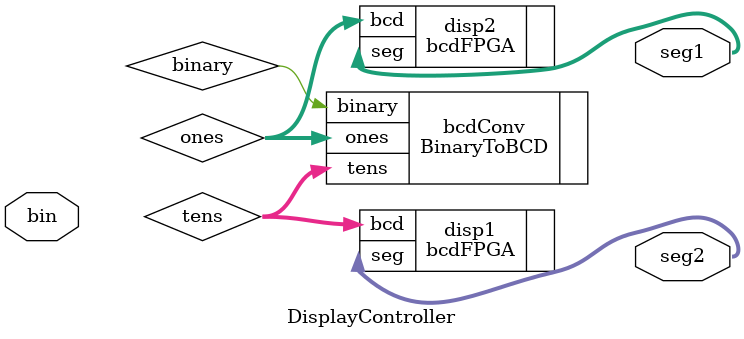
<source format=sv>
module DisplayController (
    input logic [3:0] bin,       // Valor del contador en binario (4 bits)
    output logic [6:0] seg2,     // Segmentos del primer display (decenas)
    output logic [6:0] seg1      // Segmentos del segundo display (unidades)
);

    logic [3:0] tens, ones;

    // Convertir el valor binario a BCD
    BinaryToBCD bcdConv (
        .binary(binary),
        .tens(tens),
        .ones(ones)
    );

    // Mostrar las decenas en el primer display
    bcdFPGA disp1 (
        .bcd(tens),
        .seg(seg2)
    );

    // Mostrar las unidades en el segundo display
    bcdFPGA disp2 (
        .bcd(ones),
        .seg(seg1)
    );

endmodule
</source>
